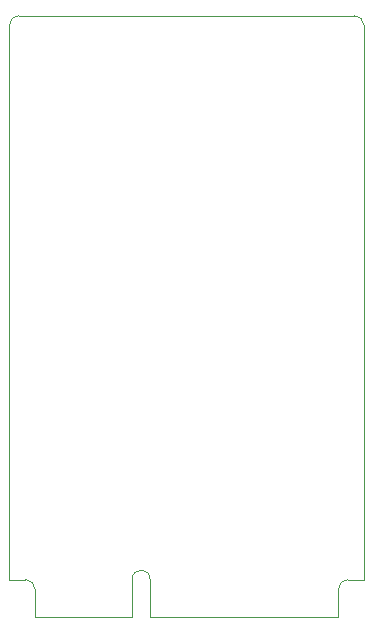
<source format=gbr>
%TF.GenerationSoftware,KiCad,Pcbnew,8.0.6-8.0.6-0~ubuntu24.04.1*%
%TF.CreationDate,2024-11-15T10:18:14-05:00*%
%TF.ProjectId,mPCIE-to-M_2_E-Key,6d504349-452d-4746-9f2d-4d5f325f452d,rev?*%
%TF.SameCoordinates,Original*%
%TF.FileFunction,Profile,NP*%
%FSLAX46Y46*%
G04 Gerber Fmt 4.6, Leading zero omitted, Abs format (unit mm)*
G04 Created by KiCad (PCBNEW 8.0.6-8.0.6-0~ubuntu24.04.1) date 2024-11-15 10:18:14*
%MOMM*%
%LPD*%
G01*
G04 APERTURE LIST*
%TA.AperFunction,Profile*%
%ADD10C,0.100000*%
%TD*%
G04 APERTURE END LIST*
D10*
X148850000Y-126000000D02*
X148850000Y-79850000D01*
X118850000Y-126000000D02*
X118850000Y-79850000D01*
X148050000Y-79050000D02*
G75*
G02*
X148850000Y-79850000I0J-800000D01*
G01*
X118850000Y-79850000D02*
G75*
G02*
X119650000Y-79050000I800000J0D01*
G01*
X119650000Y-79050000D02*
X148050000Y-79050000D01*
%TO.C,J1*%
X118850000Y-126800000D02*
X118850000Y-126000000D01*
X118850000Y-126800000D02*
X120200000Y-126800000D01*
X121000000Y-127600000D02*
X121000000Y-130000000D01*
X129250000Y-130000000D02*
X121000000Y-130000000D01*
X129250000Y-130000000D02*
X129250000Y-126750000D01*
X130750000Y-126750000D02*
X130750000Y-130000000D01*
X130750000Y-130000000D02*
X146700000Y-130000000D01*
X146700000Y-127600000D02*
X146700000Y-130000000D01*
X148850000Y-126800000D02*
X147500000Y-126800000D01*
X148850000Y-126800000D02*
X148850000Y-126000000D01*
X120200000Y-126800000D02*
G75*
G02*
X121000000Y-127600000I-1J-800001D01*
G01*
X129250000Y-126750000D02*
G75*
G02*
X130750000Y-126750000I750000J0D01*
G01*
X146700000Y-127600000D02*
G75*
G02*
X147500000Y-126800000I800000J0D01*
G01*
%TD*%
M02*

</source>
